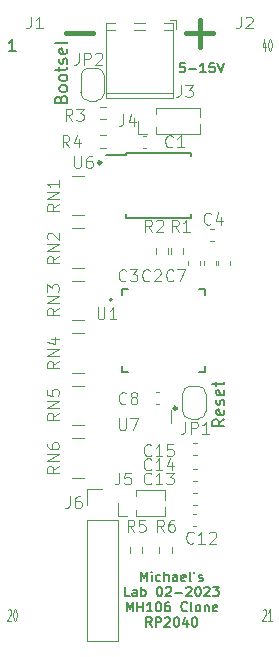
<source format=gbr>
%TF.GenerationSoftware,KiCad,Pcbnew,(6.0.0)*%
%TF.CreationDate,2023-01-28T16:33:02+01:00*%
%TF.ProjectId,MH106Enhanced,4d483130-3645-46e6-9861-6e6365642e6b,1*%
%TF.SameCoordinates,PX5255c88PY54c81a0*%
%TF.FileFunction,Legend,Top*%
%TF.FilePolarity,Positive*%
%FSLAX46Y46*%
G04 Gerber Fmt 4.6, Leading zero omitted, Abs format (unit mm)*
G04 Created by KiCad (PCBNEW (6.0.0)) date 2023-01-28 16:33:02*
%MOMM*%
%LPD*%
G01*
G04 APERTURE LIST*
%ADD10C,0.276200*%
%ADD11C,0.150000*%
%ADD12C,0.200000*%
%ADD13C,0.450000*%
%ADD14C,0.125000*%
%ADD15C,0.120000*%
%ADD16C,0.127000*%
G04 APERTURE END LIST*
D10*
X14603500Y20100000D02*
G75*
G03*
X14603500Y20100000I-138100J0D01*
G01*
X8203500Y40900000D02*
G75*
G03*
X8203500Y40900000I-138100J0D01*
G01*
D11*
X18617780Y19161905D02*
X18141590Y18828572D01*
X18617780Y18590477D02*
X17617780Y18590477D01*
X17617780Y18971429D01*
X17665400Y19066667D01*
X17713019Y19114286D01*
X17808257Y19161905D01*
X17951114Y19161905D01*
X18046352Y19114286D01*
X18093971Y19066667D01*
X18141590Y18971429D01*
X18141590Y18590477D01*
X18570161Y19971429D02*
X18617780Y19876191D01*
X18617780Y19685715D01*
X18570161Y19590477D01*
X18474923Y19542858D01*
X18093971Y19542858D01*
X17998733Y19590477D01*
X17951114Y19685715D01*
X17951114Y19876191D01*
X17998733Y19971429D01*
X18093971Y20019048D01*
X18189209Y20019048D01*
X18284447Y19542858D01*
X18570161Y20400000D02*
X18617780Y20495239D01*
X18617780Y20685715D01*
X18570161Y20780953D01*
X18474923Y20828572D01*
X18427304Y20828572D01*
X18332066Y20780953D01*
X18284447Y20685715D01*
X18284447Y20542858D01*
X18236828Y20447620D01*
X18141590Y20400000D01*
X18093971Y20400000D01*
X17998733Y20447620D01*
X17951114Y20542858D01*
X17951114Y20685715D01*
X17998733Y20780953D01*
X18570161Y21638096D02*
X18617780Y21542858D01*
X18617780Y21352381D01*
X18570161Y21257143D01*
X18474923Y21209524D01*
X18093971Y21209524D01*
X17998733Y21257143D01*
X17951114Y21352381D01*
X17951114Y21542858D01*
X17998733Y21638096D01*
X18093971Y21685715D01*
X18189209Y21685715D01*
X18284447Y21209524D01*
X17951114Y21971429D02*
X17951114Y22352381D01*
X17617780Y22114286D02*
X18474923Y22114286D01*
X18570161Y22161905D01*
X18617780Y22257143D01*
X18617780Y22352381D01*
D12*
X11574923Y5470096D02*
X11574923Y6270096D01*
X11841590Y5698667D01*
X12108257Y6270096D01*
X12108257Y5470096D01*
X12489209Y5470096D02*
X12489209Y6003429D01*
X12489209Y6270096D02*
X12451114Y6232000D01*
X12489209Y6193905D01*
X12527304Y6232000D01*
X12489209Y6270096D01*
X12489209Y6193905D01*
X13213019Y5508191D02*
X13136828Y5470096D01*
X12984447Y5470096D01*
X12908257Y5508191D01*
X12870161Y5546286D01*
X12832066Y5622477D01*
X12832066Y5851048D01*
X12870161Y5927239D01*
X12908257Y5965334D01*
X12984447Y6003429D01*
X13136828Y6003429D01*
X13213019Y5965334D01*
X13555876Y5470096D02*
X13555876Y6270096D01*
X13898733Y5470096D02*
X13898733Y5889143D01*
X13860638Y5965334D01*
X13784447Y6003429D01*
X13670161Y6003429D01*
X13593971Y5965334D01*
X13555876Y5927239D01*
X14622542Y5470096D02*
X14622542Y5889143D01*
X14584447Y5965334D01*
X14508257Y6003429D01*
X14355876Y6003429D01*
X14279685Y5965334D01*
X14622542Y5508191D02*
X14546352Y5470096D01*
X14355876Y5470096D01*
X14279685Y5508191D01*
X14241590Y5584381D01*
X14241590Y5660572D01*
X14279685Y5736762D01*
X14355876Y5774858D01*
X14546352Y5774858D01*
X14622542Y5812953D01*
X15308257Y5508191D02*
X15232066Y5470096D01*
X15079685Y5470096D01*
X15003495Y5508191D01*
X14965400Y5584381D01*
X14965400Y5889143D01*
X15003495Y5965334D01*
X15079685Y6003429D01*
X15232066Y6003429D01*
X15308257Y5965334D01*
X15346352Y5889143D01*
X15346352Y5812953D01*
X14965400Y5736762D01*
X15803495Y5470096D02*
X15727304Y5508191D01*
X15689209Y5584381D01*
X15689209Y6270096D01*
X16146352Y6270096D02*
X16070161Y6117715D01*
X16451114Y5508191D02*
X16527304Y5470096D01*
X16679685Y5470096D01*
X16755876Y5508191D01*
X16793971Y5584381D01*
X16793971Y5622477D01*
X16755876Y5698667D01*
X16679685Y5736762D01*
X16565400Y5736762D01*
X16489209Y5774858D01*
X16451114Y5851048D01*
X16451114Y5889143D01*
X16489209Y5965334D01*
X16565400Y6003429D01*
X16679685Y6003429D01*
X16755876Y5965334D01*
X10603495Y4182096D02*
X10222542Y4182096D01*
X10222542Y4982096D01*
X11213019Y4182096D02*
X11213019Y4601143D01*
X11174923Y4677334D01*
X11098733Y4715429D01*
X10946352Y4715429D01*
X10870161Y4677334D01*
X11213019Y4220191D02*
X11136828Y4182096D01*
X10946352Y4182096D01*
X10870161Y4220191D01*
X10832066Y4296381D01*
X10832066Y4372572D01*
X10870161Y4448762D01*
X10946352Y4486858D01*
X11136828Y4486858D01*
X11213019Y4524953D01*
X11593971Y4182096D02*
X11593971Y4982096D01*
X11593971Y4677334D02*
X11670161Y4715429D01*
X11822542Y4715429D01*
X11898733Y4677334D01*
X11936828Y4639239D01*
X11974923Y4563048D01*
X11974923Y4334477D01*
X11936828Y4258286D01*
X11898733Y4220191D01*
X11822542Y4182096D01*
X11670161Y4182096D01*
X11593971Y4220191D01*
X13079685Y4982096D02*
X13155876Y4982096D01*
X13232066Y4944000D01*
X13270161Y4905905D01*
X13308257Y4829715D01*
X13346352Y4677334D01*
X13346352Y4486858D01*
X13308257Y4334477D01*
X13270161Y4258286D01*
X13232066Y4220191D01*
X13155876Y4182096D01*
X13079685Y4182096D01*
X13003495Y4220191D01*
X12965400Y4258286D01*
X12927304Y4334477D01*
X12889209Y4486858D01*
X12889209Y4677334D01*
X12927304Y4829715D01*
X12965400Y4905905D01*
X13003495Y4944000D01*
X13079685Y4982096D01*
X13651114Y4905905D02*
X13689209Y4944000D01*
X13765400Y4982096D01*
X13955876Y4982096D01*
X14032066Y4944000D01*
X14070161Y4905905D01*
X14108257Y4829715D01*
X14108257Y4753524D01*
X14070161Y4639239D01*
X13613019Y4182096D01*
X14108257Y4182096D01*
X14451114Y4486858D02*
X15060638Y4486858D01*
X15403495Y4905905D02*
X15441590Y4944000D01*
X15517780Y4982096D01*
X15708257Y4982096D01*
X15784447Y4944000D01*
X15822542Y4905905D01*
X15860638Y4829715D01*
X15860638Y4753524D01*
X15822542Y4639239D01*
X15365400Y4182096D01*
X15860638Y4182096D01*
X16355876Y4982096D02*
X16432066Y4982096D01*
X16508257Y4944000D01*
X16546352Y4905905D01*
X16584447Y4829715D01*
X16622542Y4677334D01*
X16622542Y4486858D01*
X16584447Y4334477D01*
X16546352Y4258286D01*
X16508257Y4220191D01*
X16432066Y4182096D01*
X16355876Y4182096D01*
X16279685Y4220191D01*
X16241590Y4258286D01*
X16203495Y4334477D01*
X16165400Y4486858D01*
X16165400Y4677334D01*
X16203495Y4829715D01*
X16241590Y4905905D01*
X16279685Y4944000D01*
X16355876Y4982096D01*
X16927304Y4905905D02*
X16965400Y4944000D01*
X17041590Y4982096D01*
X17232066Y4982096D01*
X17308257Y4944000D01*
X17346352Y4905905D01*
X17384447Y4829715D01*
X17384447Y4753524D01*
X17346352Y4639239D01*
X16889209Y4182096D01*
X17384447Y4182096D01*
X17651114Y4982096D02*
X18146352Y4982096D01*
X17879685Y4677334D01*
X17993971Y4677334D01*
X18070161Y4639239D01*
X18108257Y4601143D01*
X18146352Y4524953D01*
X18146352Y4334477D01*
X18108257Y4258286D01*
X18070161Y4220191D01*
X17993971Y4182096D01*
X17765400Y4182096D01*
X17689209Y4220191D01*
X17651114Y4258286D01*
X10355876Y2894096D02*
X10355876Y3694096D01*
X10622542Y3122667D01*
X10889209Y3694096D01*
X10889209Y2894096D01*
X11270161Y2894096D02*
X11270161Y3694096D01*
X11270161Y3313143D02*
X11727304Y3313143D01*
X11727304Y2894096D02*
X11727304Y3694096D01*
X12527304Y2894096D02*
X12070161Y2894096D01*
X12298733Y2894096D02*
X12298733Y3694096D01*
X12222542Y3579810D01*
X12146352Y3503620D01*
X12070161Y3465524D01*
X13022542Y3694096D02*
X13098733Y3694096D01*
X13174923Y3656000D01*
X13213019Y3617905D01*
X13251114Y3541715D01*
X13289209Y3389334D01*
X13289209Y3198858D01*
X13251114Y3046477D01*
X13213019Y2970286D01*
X13174923Y2932191D01*
X13098733Y2894096D01*
X13022542Y2894096D01*
X12946352Y2932191D01*
X12908257Y2970286D01*
X12870161Y3046477D01*
X12832066Y3198858D01*
X12832066Y3389334D01*
X12870161Y3541715D01*
X12908257Y3617905D01*
X12946352Y3656000D01*
X13022542Y3694096D01*
X13974923Y3694096D02*
X13822542Y3694096D01*
X13746352Y3656000D01*
X13708257Y3617905D01*
X13632066Y3503620D01*
X13593971Y3351239D01*
X13593971Y3046477D01*
X13632066Y2970286D01*
X13670161Y2932191D01*
X13746352Y2894096D01*
X13898733Y2894096D01*
X13974923Y2932191D01*
X14013019Y2970286D01*
X14051114Y3046477D01*
X14051114Y3236953D01*
X14013019Y3313143D01*
X13974923Y3351239D01*
X13898733Y3389334D01*
X13746352Y3389334D01*
X13670161Y3351239D01*
X13632066Y3313143D01*
X13593971Y3236953D01*
X15460638Y2970286D02*
X15422542Y2932191D01*
X15308257Y2894096D01*
X15232066Y2894096D01*
X15117780Y2932191D01*
X15041590Y3008381D01*
X15003495Y3084572D01*
X14965400Y3236953D01*
X14965400Y3351239D01*
X15003495Y3503620D01*
X15041590Y3579810D01*
X15117780Y3656000D01*
X15232066Y3694096D01*
X15308257Y3694096D01*
X15422542Y3656000D01*
X15460638Y3617905D01*
X15917780Y2894096D02*
X15841590Y2932191D01*
X15803495Y3008381D01*
X15803495Y3694096D01*
X16336828Y2894096D02*
X16260638Y2932191D01*
X16222542Y2970286D01*
X16184447Y3046477D01*
X16184447Y3275048D01*
X16222542Y3351239D01*
X16260638Y3389334D01*
X16336828Y3427429D01*
X16451114Y3427429D01*
X16527304Y3389334D01*
X16565400Y3351239D01*
X16603495Y3275048D01*
X16603495Y3046477D01*
X16565400Y2970286D01*
X16527304Y2932191D01*
X16451114Y2894096D01*
X16336828Y2894096D01*
X16946352Y3427429D02*
X16946352Y2894096D01*
X16946352Y3351239D02*
X16984447Y3389334D01*
X17060638Y3427429D01*
X17174923Y3427429D01*
X17251114Y3389334D01*
X17289209Y3313143D01*
X17289209Y2894096D01*
X17974923Y2932191D02*
X17898733Y2894096D01*
X17746352Y2894096D01*
X17670161Y2932191D01*
X17632066Y3008381D01*
X17632066Y3313143D01*
X17670161Y3389334D01*
X17746352Y3427429D01*
X17898733Y3427429D01*
X17974923Y3389334D01*
X18013019Y3313143D01*
X18013019Y3236953D01*
X17632066Y3160762D01*
X12489209Y1606096D02*
X12222542Y1987048D01*
X12032066Y1606096D02*
X12032066Y2406096D01*
X12336828Y2406096D01*
X12413019Y2368000D01*
X12451114Y2329905D01*
X12489209Y2253715D01*
X12489209Y2139429D01*
X12451114Y2063239D01*
X12413019Y2025143D01*
X12336828Y1987048D01*
X12032066Y1987048D01*
X12832066Y1606096D02*
X12832066Y2406096D01*
X13136828Y2406096D01*
X13213019Y2368000D01*
X13251114Y2329905D01*
X13289209Y2253715D01*
X13289209Y2139429D01*
X13251114Y2063239D01*
X13213019Y2025143D01*
X13136828Y1987048D01*
X12832066Y1987048D01*
X13593971Y2329905D02*
X13632066Y2368000D01*
X13708257Y2406096D01*
X13898733Y2406096D01*
X13974923Y2368000D01*
X14013019Y2329905D01*
X14051114Y2253715D01*
X14051114Y2177524D01*
X14013019Y2063239D01*
X13555876Y1606096D01*
X14051114Y1606096D01*
X14546352Y2406096D02*
X14622542Y2406096D01*
X14698733Y2368000D01*
X14736828Y2329905D01*
X14774923Y2253715D01*
X14813019Y2101334D01*
X14813019Y1910858D01*
X14774923Y1758477D01*
X14736828Y1682286D01*
X14698733Y1644191D01*
X14622542Y1606096D01*
X14546352Y1606096D01*
X14470161Y1644191D01*
X14432066Y1682286D01*
X14393971Y1758477D01*
X14355876Y1910858D01*
X14355876Y2101334D01*
X14393971Y2253715D01*
X14432066Y2329905D01*
X14470161Y2368000D01*
X14546352Y2406096D01*
X15498733Y2139429D02*
X15498733Y1606096D01*
X15308257Y2444191D02*
X15117780Y1872762D01*
X15613019Y1872762D01*
X16070161Y2406096D02*
X16146352Y2406096D01*
X16222542Y2368000D01*
X16260638Y2329905D01*
X16298733Y2253715D01*
X16336828Y2101334D01*
X16336828Y1910858D01*
X16298733Y1758477D01*
X16260638Y1682286D01*
X16222542Y1644191D01*
X16146352Y1606096D01*
X16070161Y1606096D01*
X15993971Y1644191D01*
X15955876Y1682286D01*
X15917780Y1758477D01*
X15879685Y1910858D01*
X15879685Y2101334D01*
X15917780Y2253715D01*
X15955876Y2329905D01*
X15993971Y2368000D01*
X16070161Y2406096D01*
D11*
X946114Y50347620D02*
X374685Y50347620D01*
X660400Y50347620D02*
X660400Y51347620D01*
X565161Y51204762D01*
X469923Y51109524D01*
X374685Y51061905D01*
X4793971Y46285715D02*
X4841590Y46428572D01*
X4889209Y46476191D01*
X4984447Y46523810D01*
X5127304Y46523810D01*
X5222542Y46476191D01*
X5270161Y46428572D01*
X5317780Y46333334D01*
X5317780Y45952381D01*
X4317780Y45952381D01*
X4317780Y46285715D01*
X4365400Y46380953D01*
X4413019Y46428572D01*
X4508257Y46476191D01*
X4603495Y46476191D01*
X4698733Y46428572D01*
X4746352Y46380953D01*
X4793971Y46285715D01*
X4793971Y45952381D01*
X5317780Y47095239D02*
X5270161Y47000000D01*
X5222542Y46952381D01*
X5127304Y46904762D01*
X4841590Y46904762D01*
X4746352Y46952381D01*
X4698733Y47000000D01*
X4651114Y47095239D01*
X4651114Y47238096D01*
X4698733Y47333334D01*
X4746352Y47380953D01*
X4841590Y47428572D01*
X5127304Y47428572D01*
X5222542Y47380953D01*
X5270161Y47333334D01*
X5317780Y47238096D01*
X5317780Y47095239D01*
X5317780Y48000000D02*
X5270161Y47904762D01*
X5222542Y47857143D01*
X5127304Y47809524D01*
X4841590Y47809524D01*
X4746352Y47857143D01*
X4698733Y47904762D01*
X4651114Y48000000D01*
X4651114Y48142858D01*
X4698733Y48238096D01*
X4746352Y48285715D01*
X4841590Y48333334D01*
X5127304Y48333334D01*
X5222542Y48285715D01*
X5270161Y48238096D01*
X5317780Y48142858D01*
X5317780Y48000000D01*
X4651114Y48619048D02*
X4651114Y49000000D01*
X4317780Y48761905D02*
X5174923Y48761905D01*
X5270161Y48809524D01*
X5317780Y48904762D01*
X5317780Y49000000D01*
X5270161Y49285715D02*
X5317780Y49380953D01*
X5317780Y49571429D01*
X5270161Y49666667D01*
X5174923Y49714286D01*
X5127304Y49714286D01*
X5032066Y49666667D01*
X4984447Y49571429D01*
X4984447Y49428572D01*
X4936828Y49333334D01*
X4841590Y49285715D01*
X4793971Y49285715D01*
X4698733Y49333334D01*
X4651114Y49428572D01*
X4651114Y49571429D01*
X4698733Y49666667D01*
X5270161Y50523810D02*
X5317780Y50428572D01*
X5317780Y50238096D01*
X5270161Y50142858D01*
X5174923Y50095239D01*
X4793971Y50095239D01*
X4698733Y50142858D01*
X4651114Y50238096D01*
X4651114Y50428572D01*
X4698733Y50523810D01*
X4793971Y50571429D01*
X4889209Y50571429D01*
X4984447Y50095239D01*
X5317780Y51142858D02*
X5270161Y51047620D01*
X5174923Y51000000D01*
X4317780Y51000000D01*
X15255876Y49338096D02*
X14874923Y49338096D01*
X14836828Y48957143D01*
X14874923Y48995239D01*
X14951114Y49033334D01*
X15141590Y49033334D01*
X15217780Y48995239D01*
X15255876Y48957143D01*
X15293971Y48880953D01*
X15293971Y48690477D01*
X15255876Y48614286D01*
X15217780Y48576191D01*
X15141590Y48538096D01*
X14951114Y48538096D01*
X14874923Y48576191D01*
X14836828Y48614286D01*
X15636828Y48842858D02*
X16246352Y48842858D01*
X17046352Y48538096D02*
X16589209Y48538096D01*
X16817780Y48538096D02*
X16817780Y49338096D01*
X16741590Y49223810D01*
X16665400Y49147620D01*
X16589209Y49109524D01*
X17770161Y49338096D02*
X17389209Y49338096D01*
X17351114Y48957143D01*
X17389209Y48995239D01*
X17465400Y49033334D01*
X17655876Y49033334D01*
X17732066Y48995239D01*
X17770161Y48957143D01*
X17808257Y48880953D01*
X17808257Y48690477D01*
X17770161Y48614286D01*
X17732066Y48576191D01*
X17655876Y48538096D01*
X17465400Y48538096D01*
X17389209Y48576191D01*
X17351114Y48614286D01*
X18036828Y49338096D02*
X18303495Y48538096D01*
X18570161Y49338096D01*
D13*
X15392542Y51855715D02*
X17678257Y51855715D01*
X16535400Y50712858D02*
X16535400Y52998572D01*
D14*
X279447Y2992381D02*
X303257Y3040000D01*
X350876Y3087620D01*
X469923Y3087620D01*
X517542Y3040000D01*
X541352Y2992381D01*
X565161Y2897143D01*
X565161Y2801905D01*
X541352Y2659048D01*
X255638Y2087620D01*
X565161Y2087620D01*
X874685Y3087620D02*
X922304Y3087620D01*
X969923Y3040000D01*
X993733Y2992381D01*
X1017542Y2897143D01*
X1041352Y2706667D01*
X1041352Y2468572D01*
X1017542Y2278096D01*
X993733Y2182858D01*
X969923Y2135239D01*
X922304Y2087620D01*
X874685Y2087620D01*
X827066Y2135239D01*
X803257Y2182858D01*
X779447Y2278096D01*
X755638Y2468572D01*
X755638Y2706667D01*
X779447Y2897143D01*
X803257Y2992381D01*
X827066Y3040000D01*
X874685Y3087620D01*
X22107542Y51014286D02*
X22107542Y50347620D01*
X21988495Y51395239D02*
X21869447Y50680953D01*
X22178971Y50680953D01*
X22464685Y51347620D02*
X22512304Y51347620D01*
X22559923Y51300000D01*
X22583733Y51252381D01*
X22607542Y51157143D01*
X22631352Y50966667D01*
X22631352Y50728572D01*
X22607542Y50538096D01*
X22583733Y50442858D01*
X22559923Y50395239D01*
X22512304Y50347620D01*
X22464685Y50347620D01*
X22417066Y50395239D01*
X22393257Y50442858D01*
X22369447Y50538096D01*
X22345638Y50728572D01*
X22345638Y50966667D01*
X22369447Y51157143D01*
X22393257Y51252381D01*
X22417066Y51300000D01*
X22464685Y51347620D01*
D13*
X5232542Y51855715D02*
X7518257Y51855715D01*
D14*
X21869447Y2992381D02*
X21893257Y3040000D01*
X21940876Y3087620D01*
X22059923Y3087620D01*
X22107542Y3040000D01*
X22131352Y2992381D01*
X22155161Y2897143D01*
X22155161Y2801905D01*
X22131352Y2659048D01*
X21845638Y2087620D01*
X22155161Y2087620D01*
X22631352Y2087620D02*
X22345638Y2087620D01*
X22488495Y2087620D02*
X22488495Y3087620D01*
X22440876Y2944762D01*
X22393257Y2849524D01*
X22345638Y2801905D01*
%TO.C,J6*%
X5532066Y12647620D02*
X5532066Y11933334D01*
X5484447Y11790477D01*
X5389209Y11695239D01*
X5246352Y11647620D01*
X5151114Y11647620D01*
X6436828Y12647620D02*
X6246352Y12647620D01*
X6151114Y12600000D01*
X6103495Y12552381D01*
X6008257Y12409524D01*
X5960638Y12219048D01*
X5960638Y11838096D01*
X6008257Y11742858D01*
X6055876Y11695239D01*
X6151114Y11647620D01*
X6341590Y11647620D01*
X6436828Y11695239D01*
X6484447Y11742858D01*
X6532066Y11838096D01*
X6532066Y12076191D01*
X6484447Y12171429D01*
X6436828Y12219048D01*
X6341590Y12266667D01*
X6151114Y12266667D01*
X6055876Y12219048D01*
X6008257Y12171429D01*
X5960638Y12076191D01*
%TO.C,C13*%
X12422542Y13742858D02*
X12374923Y13695239D01*
X12232066Y13647620D01*
X12136828Y13647620D01*
X11993971Y13695239D01*
X11898733Y13790477D01*
X11851114Y13885715D01*
X11803495Y14076191D01*
X11803495Y14219048D01*
X11851114Y14409524D01*
X11898733Y14504762D01*
X11993971Y14600000D01*
X12136828Y14647620D01*
X12232066Y14647620D01*
X12374923Y14600000D01*
X12422542Y14552381D01*
X13374923Y13647620D02*
X12803495Y13647620D01*
X13089209Y13647620D02*
X13089209Y14647620D01*
X12993971Y14504762D01*
X12898733Y14409524D01*
X12803495Y14361905D01*
X13708257Y14647620D02*
X14327304Y14647620D01*
X13993971Y14266667D01*
X14136828Y14266667D01*
X14232066Y14219048D01*
X14279685Y14171429D01*
X14327304Y14076191D01*
X14327304Y13838096D01*
X14279685Y13742858D01*
X14232066Y13695239D01*
X14136828Y13647620D01*
X13851114Y13647620D01*
X13755876Y13695239D01*
X13708257Y13742858D01*
%TO.C,C14*%
X12422542Y14942858D02*
X12374923Y14895239D01*
X12232066Y14847620D01*
X12136828Y14847620D01*
X11993971Y14895239D01*
X11898733Y14990477D01*
X11851114Y15085715D01*
X11803495Y15276191D01*
X11803495Y15419048D01*
X11851114Y15609524D01*
X11898733Y15704762D01*
X11993971Y15800000D01*
X12136828Y15847620D01*
X12232066Y15847620D01*
X12374923Y15800000D01*
X12422542Y15752381D01*
X13374923Y14847620D02*
X12803495Y14847620D01*
X13089209Y14847620D02*
X13089209Y15847620D01*
X12993971Y15704762D01*
X12898733Y15609524D01*
X12803495Y15561905D01*
X14232066Y15514286D02*
X14232066Y14847620D01*
X13993971Y15895239D02*
X13755876Y15180953D01*
X14374923Y15180953D01*
%TO.C,C8*%
X10298733Y20542858D02*
X10251114Y20495239D01*
X10108257Y20447620D01*
X10013019Y20447620D01*
X9870161Y20495239D01*
X9774923Y20590477D01*
X9727304Y20685715D01*
X9679685Y20876191D01*
X9679685Y21019048D01*
X9727304Y21209524D01*
X9774923Y21304762D01*
X9870161Y21400000D01*
X10013019Y21447620D01*
X10108257Y21447620D01*
X10251114Y21400000D01*
X10298733Y21352381D01*
X10870161Y21019048D02*
X10774923Y21066667D01*
X10727304Y21114286D01*
X10679685Y21209524D01*
X10679685Y21257143D01*
X10727304Y21352381D01*
X10774923Y21400000D01*
X10870161Y21447620D01*
X11060638Y21447620D01*
X11155876Y21400000D01*
X11203495Y21352381D01*
X11251114Y21257143D01*
X11251114Y21209524D01*
X11203495Y21114286D01*
X11155876Y21066667D01*
X11060638Y21019048D01*
X10870161Y21019048D01*
X10774923Y20971429D01*
X10727304Y20923810D01*
X10679685Y20828572D01*
X10679685Y20638096D01*
X10727304Y20542858D01*
X10774923Y20495239D01*
X10870161Y20447620D01*
X11060638Y20447620D01*
X11155876Y20495239D01*
X11203495Y20542858D01*
X11251114Y20638096D01*
X11251114Y20828572D01*
X11203495Y20923810D01*
X11155876Y20971429D01*
X11060638Y21019048D01*
%TO.C,R6*%
X13498733Y9647620D02*
X13165400Y10123810D01*
X12927304Y9647620D02*
X12927304Y10647620D01*
X13308257Y10647620D01*
X13403495Y10600000D01*
X13451114Y10552381D01*
X13498733Y10457143D01*
X13498733Y10314286D01*
X13451114Y10219048D01*
X13403495Y10171429D01*
X13308257Y10123810D01*
X12927304Y10123810D01*
X14355876Y10647620D02*
X14165400Y10647620D01*
X14070161Y10600000D01*
X14022542Y10552381D01*
X13927304Y10409524D01*
X13879685Y10219048D01*
X13879685Y9838096D01*
X13927304Y9742858D01*
X13974923Y9695239D01*
X14070161Y9647620D01*
X14260638Y9647620D01*
X14355876Y9695239D01*
X14403495Y9742858D01*
X14451114Y9838096D01*
X14451114Y10076191D01*
X14403495Y10171429D01*
X14355876Y10219048D01*
X14260638Y10266667D01*
X14070161Y10266667D01*
X13974923Y10219048D01*
X13927304Y10171429D01*
X13879685Y10076191D01*
%TO.C,JP2*%
X6279066Y50197620D02*
X6279066Y49483334D01*
X6231447Y49340477D01*
X6136209Y49245239D01*
X5993352Y49197620D01*
X5898114Y49197620D01*
X6755257Y49197620D02*
X6755257Y50197620D01*
X7136209Y50197620D01*
X7231447Y50150000D01*
X7279066Y50102381D01*
X7326685Y50007143D01*
X7326685Y49864286D01*
X7279066Y49769048D01*
X7231447Y49721429D01*
X7136209Y49673810D01*
X6755257Y49673810D01*
X7707638Y50102381D02*
X7755257Y50150000D01*
X7850495Y50197620D01*
X8088590Y50197620D01*
X8183828Y50150000D01*
X8231447Y50102381D01*
X8279066Y50007143D01*
X8279066Y49911905D01*
X8231447Y49769048D01*
X7660019Y49197620D01*
X8279066Y49197620D01*
%TO.C,RN1*%
X4617780Y37409524D02*
X4141590Y37076191D01*
X4617780Y36838096D02*
X3617780Y36838096D01*
X3617780Y37219048D01*
X3665400Y37314286D01*
X3713019Y37361905D01*
X3808257Y37409524D01*
X3951114Y37409524D01*
X4046352Y37361905D01*
X4093971Y37314286D01*
X4141590Y37219048D01*
X4141590Y36838096D01*
X4617780Y37838096D02*
X3617780Y37838096D01*
X4617780Y38409524D01*
X3617780Y38409524D01*
X4617780Y39409524D02*
X4617780Y38838096D01*
X4617780Y39123810D02*
X3617780Y39123810D01*
X3760638Y39028572D01*
X3855876Y38933334D01*
X3903495Y38838096D01*
%TO.C,R2*%
X12498733Y35047620D02*
X12165400Y35523810D01*
X11927304Y35047620D02*
X11927304Y36047620D01*
X12308257Y36047620D01*
X12403495Y36000000D01*
X12451114Y35952381D01*
X12498733Y35857143D01*
X12498733Y35714286D01*
X12451114Y35619048D01*
X12403495Y35571429D01*
X12308257Y35523810D01*
X11927304Y35523810D01*
X12879685Y35952381D02*
X12927304Y36000000D01*
X13022542Y36047620D01*
X13260638Y36047620D01*
X13355876Y36000000D01*
X13403495Y35952381D01*
X13451114Y35857143D01*
X13451114Y35761905D01*
X13403495Y35619048D01*
X12832066Y35047620D01*
X13451114Y35047620D01*
%TO.C,RN3*%
X4617780Y28579524D02*
X4141590Y28246191D01*
X4617780Y28008096D02*
X3617780Y28008096D01*
X3617780Y28389048D01*
X3665400Y28484286D01*
X3713019Y28531905D01*
X3808257Y28579524D01*
X3951114Y28579524D01*
X4046352Y28531905D01*
X4093971Y28484286D01*
X4141590Y28389048D01*
X4141590Y28008096D01*
X4617780Y29008096D02*
X3617780Y29008096D01*
X4617780Y29579524D01*
X3617780Y29579524D01*
X3617780Y29960477D02*
X3617780Y30579524D01*
X3998733Y30246191D01*
X3998733Y30389048D01*
X4046352Y30484286D01*
X4093971Y30531905D01*
X4189209Y30579524D01*
X4427304Y30579524D01*
X4522542Y30531905D01*
X4570161Y30484286D01*
X4617780Y30389048D01*
X4617780Y30103334D01*
X4570161Y30008096D01*
X4522542Y29960477D01*
%TO.C,J3*%
X14932066Y47447620D02*
X14932066Y46733334D01*
X14884447Y46590477D01*
X14789209Y46495239D01*
X14646352Y46447620D01*
X14551114Y46447620D01*
X15313019Y47447620D02*
X15932066Y47447620D01*
X15598733Y47066667D01*
X15741590Y47066667D01*
X15836828Y47019048D01*
X15884447Y46971429D01*
X15932066Y46876191D01*
X15932066Y46638096D01*
X15884447Y46542858D01*
X15836828Y46495239D01*
X15741590Y46447620D01*
X15455876Y46447620D01*
X15360638Y46495239D01*
X15313019Y46542858D01*
%TO.C,R5*%
X10998733Y9647620D02*
X10665400Y10123810D01*
X10427304Y9647620D02*
X10427304Y10647620D01*
X10808257Y10647620D01*
X10903495Y10600000D01*
X10951114Y10552381D01*
X10998733Y10457143D01*
X10998733Y10314286D01*
X10951114Y10219048D01*
X10903495Y10171429D01*
X10808257Y10123810D01*
X10427304Y10123810D01*
X11903495Y10647620D02*
X11427304Y10647620D01*
X11379685Y10171429D01*
X11427304Y10219048D01*
X11522542Y10266667D01*
X11760638Y10266667D01*
X11855876Y10219048D01*
X11903495Y10171429D01*
X11951114Y10076191D01*
X11951114Y9838096D01*
X11903495Y9742858D01*
X11855876Y9695239D01*
X11760638Y9647620D01*
X11522542Y9647620D01*
X11427304Y9695239D01*
X11379685Y9742858D01*
%TO.C,C1*%
X14248733Y42292858D02*
X14201114Y42245239D01*
X14058257Y42197620D01*
X13963019Y42197620D01*
X13820161Y42245239D01*
X13724923Y42340477D01*
X13677304Y42435715D01*
X13629685Y42626191D01*
X13629685Y42769048D01*
X13677304Y42959524D01*
X13724923Y43054762D01*
X13820161Y43150000D01*
X13963019Y43197620D01*
X14058257Y43197620D01*
X14201114Y43150000D01*
X14248733Y43102381D01*
X15201114Y42197620D02*
X14629685Y42197620D01*
X14915400Y42197620D02*
X14915400Y43197620D01*
X14820161Y43054762D01*
X14724923Y42959524D01*
X14629685Y42911905D01*
%TO.C,RN2*%
X4617780Y32964524D02*
X4141590Y32631191D01*
X4617780Y32393096D02*
X3617780Y32393096D01*
X3617780Y32774048D01*
X3665400Y32869286D01*
X3713019Y32916905D01*
X3808257Y32964524D01*
X3951114Y32964524D01*
X4046352Y32916905D01*
X4093971Y32869286D01*
X4141590Y32774048D01*
X4141590Y32393096D01*
X4617780Y33393096D02*
X3617780Y33393096D01*
X4617780Y33964524D01*
X3617780Y33964524D01*
X3713019Y34393096D02*
X3665400Y34440715D01*
X3617780Y34535953D01*
X3617780Y34774048D01*
X3665400Y34869286D01*
X3713019Y34916905D01*
X3808257Y34964524D01*
X3903495Y34964524D01*
X4046352Y34916905D01*
X4617780Y34345477D01*
X4617780Y34964524D01*
%TO.C,J5*%
X9732066Y14647620D02*
X9732066Y13933334D01*
X9684447Y13790477D01*
X9589209Y13695239D01*
X9446352Y13647620D01*
X9351114Y13647620D01*
X10684447Y14647620D02*
X10208257Y14647620D01*
X10160638Y14171429D01*
X10208257Y14219048D01*
X10303495Y14266667D01*
X10541590Y14266667D01*
X10636828Y14219048D01*
X10684447Y14171429D01*
X10732066Y14076191D01*
X10732066Y13838096D01*
X10684447Y13742858D01*
X10636828Y13695239D01*
X10541590Y13647620D01*
X10303495Y13647620D01*
X10208257Y13695239D01*
X10160638Y13742858D01*
%TO.C,U6*%
X5903495Y41447620D02*
X5903495Y40638096D01*
X5951114Y40542858D01*
X5998733Y40495239D01*
X6093971Y40447620D01*
X6284447Y40447620D01*
X6379685Y40495239D01*
X6427304Y40542858D01*
X6474923Y40638096D01*
X6474923Y41447620D01*
X7379685Y41447620D02*
X7189209Y41447620D01*
X7093971Y41400000D01*
X7046352Y41352381D01*
X6951114Y41209524D01*
X6903495Y41019048D01*
X6903495Y40638096D01*
X6951114Y40542858D01*
X6998733Y40495239D01*
X7093971Y40447620D01*
X7284447Y40447620D01*
X7379685Y40495239D01*
X7427304Y40542858D01*
X7474923Y40638096D01*
X7474923Y40876191D01*
X7427304Y40971429D01*
X7379685Y41019048D01*
X7284447Y41066667D01*
X7093971Y41066667D01*
X6998733Y41019048D01*
X6951114Y40971429D01*
X6903495Y40876191D01*
%TO.C,C4*%
X17498733Y35742858D02*
X17451114Y35695239D01*
X17308257Y35647620D01*
X17213019Y35647620D01*
X17070161Y35695239D01*
X16974923Y35790477D01*
X16927304Y35885715D01*
X16879685Y36076191D01*
X16879685Y36219048D01*
X16927304Y36409524D01*
X16974923Y36504762D01*
X17070161Y36600000D01*
X17213019Y36647620D01*
X17308257Y36647620D01*
X17451114Y36600000D01*
X17498733Y36552381D01*
X18355876Y36314286D02*
X18355876Y35647620D01*
X18117780Y36695239D02*
X17879685Y35980953D01*
X18498733Y35980953D01*
%TO.C,RN4*%
X4617780Y24074524D02*
X4141590Y23741191D01*
X4617780Y23503096D02*
X3617780Y23503096D01*
X3617780Y23884048D01*
X3665400Y23979286D01*
X3713019Y24026905D01*
X3808257Y24074524D01*
X3951114Y24074524D01*
X4046352Y24026905D01*
X4093971Y23979286D01*
X4141590Y23884048D01*
X4141590Y23503096D01*
X4617780Y24503096D02*
X3617780Y24503096D01*
X4617780Y25074524D01*
X3617780Y25074524D01*
X3951114Y25979286D02*
X4617780Y25979286D01*
X3570161Y25741191D02*
X4284447Y25503096D01*
X4284447Y26122143D01*
%TO.C,C7*%
X14298733Y30942858D02*
X14251114Y30895239D01*
X14108257Y30847620D01*
X14013019Y30847620D01*
X13870161Y30895239D01*
X13774923Y30990477D01*
X13727304Y31085715D01*
X13679685Y31276191D01*
X13679685Y31419048D01*
X13727304Y31609524D01*
X13774923Y31704762D01*
X13870161Y31800000D01*
X14013019Y31847620D01*
X14108257Y31847620D01*
X14251114Y31800000D01*
X14298733Y31752381D01*
X14632066Y31847620D02*
X15298733Y31847620D01*
X14870161Y30847620D01*
%TO.C,C15*%
X12422542Y16142858D02*
X12374923Y16095239D01*
X12232066Y16047620D01*
X12136828Y16047620D01*
X11993971Y16095239D01*
X11898733Y16190477D01*
X11851114Y16285715D01*
X11803495Y16476191D01*
X11803495Y16619048D01*
X11851114Y16809524D01*
X11898733Y16904762D01*
X11993971Y17000000D01*
X12136828Y17047620D01*
X12232066Y17047620D01*
X12374923Y17000000D01*
X12422542Y16952381D01*
X13374923Y16047620D02*
X12803495Y16047620D01*
X13089209Y16047620D02*
X13089209Y17047620D01*
X12993971Y16904762D01*
X12898733Y16809524D01*
X12803495Y16761905D01*
X14279685Y17047620D02*
X13803495Y17047620D01*
X13755876Y16571429D01*
X13803495Y16619048D01*
X13898733Y16666667D01*
X14136828Y16666667D01*
X14232066Y16619048D01*
X14279685Y16571429D01*
X14327304Y16476191D01*
X14327304Y16238096D01*
X14279685Y16142858D01*
X14232066Y16095239D01*
X14136828Y16047620D01*
X13898733Y16047620D01*
X13803495Y16095239D01*
X13755876Y16142858D01*
%TO.C,U1*%
X7903495Y28647620D02*
X7903495Y27838096D01*
X7951114Y27742858D01*
X7998733Y27695239D01*
X8093971Y27647620D01*
X8284447Y27647620D01*
X8379685Y27695239D01*
X8427304Y27742858D01*
X8474923Y27838096D01*
X8474923Y28647620D01*
X9474923Y27647620D02*
X8903495Y27647620D01*
X9189209Y27647620D02*
X9189209Y28647620D01*
X9093971Y28504762D01*
X8998733Y28409524D01*
X8903495Y28361905D01*
%TO.C,R1*%
X14748733Y35047620D02*
X14415400Y35523810D01*
X14177304Y35047620D02*
X14177304Y36047620D01*
X14558257Y36047620D01*
X14653495Y36000000D01*
X14701114Y35952381D01*
X14748733Y35857143D01*
X14748733Y35714286D01*
X14701114Y35619048D01*
X14653495Y35571429D01*
X14558257Y35523810D01*
X14177304Y35523810D01*
X15701114Y35047620D02*
X15129685Y35047620D01*
X15415400Y35047620D02*
X15415400Y36047620D01*
X15320161Y35904762D01*
X15224923Y35809524D01*
X15129685Y35761905D01*
%TO.C,C3*%
X10298733Y30942858D02*
X10251114Y30895239D01*
X10108257Y30847620D01*
X10013019Y30847620D01*
X9870161Y30895239D01*
X9774923Y30990477D01*
X9727304Y31085715D01*
X9679685Y31276191D01*
X9679685Y31419048D01*
X9727304Y31609524D01*
X9774923Y31704762D01*
X9870161Y31800000D01*
X10013019Y31847620D01*
X10108257Y31847620D01*
X10251114Y31800000D01*
X10298733Y31752381D01*
X10632066Y31847620D02*
X11251114Y31847620D01*
X10917780Y31466667D01*
X11060638Y31466667D01*
X11155876Y31419048D01*
X11203495Y31371429D01*
X11251114Y31276191D01*
X11251114Y31038096D01*
X11203495Y30942858D01*
X11155876Y30895239D01*
X11060638Y30847620D01*
X10774923Y30847620D01*
X10679685Y30895239D01*
X10632066Y30942858D01*
%TO.C,JP1*%
X15332066Y18947620D02*
X15332066Y18233334D01*
X15284447Y18090477D01*
X15189209Y17995239D01*
X15046352Y17947620D01*
X14951114Y17947620D01*
X15808257Y17947620D02*
X15808257Y18947620D01*
X16189209Y18947620D01*
X16284447Y18900000D01*
X16332066Y18852381D01*
X16379685Y18757143D01*
X16379685Y18614286D01*
X16332066Y18519048D01*
X16284447Y18471429D01*
X16189209Y18423810D01*
X15808257Y18423810D01*
X17332066Y17947620D02*
X16760638Y17947620D01*
X17046352Y17947620D02*
X17046352Y18947620D01*
X16951114Y18804762D01*
X16855876Y18709524D01*
X16760638Y18661905D01*
%TO.C,R3*%
X5748733Y44447620D02*
X5415400Y44923810D01*
X5177304Y44447620D02*
X5177304Y45447620D01*
X5558257Y45447620D01*
X5653495Y45400000D01*
X5701114Y45352381D01*
X5748733Y45257143D01*
X5748733Y45114286D01*
X5701114Y45019048D01*
X5653495Y44971429D01*
X5558257Y44923810D01*
X5177304Y44923810D01*
X6082066Y45447620D02*
X6701114Y45447620D01*
X6367780Y45066667D01*
X6510638Y45066667D01*
X6605876Y45019048D01*
X6653495Y44971429D01*
X6701114Y44876191D01*
X6701114Y44638096D01*
X6653495Y44542858D01*
X6605876Y44495239D01*
X6510638Y44447620D01*
X6224923Y44447620D01*
X6129685Y44495239D01*
X6082066Y44542858D01*
%TO.C,U7*%
X9703495Y19247620D02*
X9703495Y18438096D01*
X9751114Y18342858D01*
X9798733Y18295239D01*
X9893971Y18247620D01*
X10084447Y18247620D01*
X10179685Y18295239D01*
X10227304Y18342858D01*
X10274923Y18438096D01*
X10274923Y19247620D01*
X10655876Y19247620D02*
X11322542Y19247620D01*
X10893971Y18247620D01*
%TO.C,RN6*%
X4617780Y15209524D02*
X4141590Y14876191D01*
X4617780Y14638096D02*
X3617780Y14638096D01*
X3617780Y15019048D01*
X3665400Y15114286D01*
X3713019Y15161905D01*
X3808257Y15209524D01*
X3951114Y15209524D01*
X4046352Y15161905D01*
X4093971Y15114286D01*
X4141590Y15019048D01*
X4141590Y14638096D01*
X4617780Y15638096D02*
X3617780Y15638096D01*
X4617780Y16209524D01*
X3617780Y16209524D01*
X3617780Y17114286D02*
X3617780Y16923810D01*
X3665400Y16828572D01*
X3713019Y16780953D01*
X3855876Y16685715D01*
X4046352Y16638096D01*
X4427304Y16638096D01*
X4522542Y16685715D01*
X4570161Y16733334D01*
X4617780Y16828572D01*
X4617780Y17019048D01*
X4570161Y17114286D01*
X4522542Y17161905D01*
X4427304Y17209524D01*
X4189209Y17209524D01*
X4093971Y17161905D01*
X4046352Y17114286D01*
X3998733Y17019048D01*
X3998733Y16828572D01*
X4046352Y16733334D01*
X4093971Y16685715D01*
X4189209Y16638096D01*
%TO.C,C12*%
X16022542Y8742858D02*
X15974923Y8695239D01*
X15832066Y8647620D01*
X15736828Y8647620D01*
X15593971Y8695239D01*
X15498733Y8790477D01*
X15451114Y8885715D01*
X15403495Y9076191D01*
X15403495Y9219048D01*
X15451114Y9409524D01*
X15498733Y9504762D01*
X15593971Y9600000D01*
X15736828Y9647620D01*
X15832066Y9647620D01*
X15974923Y9600000D01*
X16022542Y9552381D01*
X16974923Y8647620D02*
X16403495Y8647620D01*
X16689209Y8647620D02*
X16689209Y9647620D01*
X16593971Y9504762D01*
X16498733Y9409524D01*
X16403495Y9361905D01*
X17355876Y9552381D02*
X17403495Y9600000D01*
X17498733Y9647620D01*
X17736828Y9647620D01*
X17832066Y9600000D01*
X17879685Y9552381D01*
X17927304Y9457143D01*
X17927304Y9361905D01*
X17879685Y9219048D01*
X17308257Y8647620D01*
X17927304Y8647620D01*
%TO.C,R4*%
X5498733Y42197620D02*
X5165400Y42673810D01*
X4927304Y42197620D02*
X4927304Y43197620D01*
X5308257Y43197620D01*
X5403495Y43150000D01*
X5451114Y43102381D01*
X5498733Y43007143D01*
X5498733Y42864286D01*
X5451114Y42769048D01*
X5403495Y42721429D01*
X5308257Y42673810D01*
X4927304Y42673810D01*
X6355876Y42864286D02*
X6355876Y42197620D01*
X6117780Y43245239D02*
X5879685Y42530953D01*
X6498733Y42530953D01*
%TO.C,J4*%
X10082066Y44997620D02*
X10082066Y44283334D01*
X10034447Y44140477D01*
X9939209Y44045239D01*
X9796352Y43997620D01*
X9701114Y43997620D01*
X10986828Y44664286D02*
X10986828Y43997620D01*
X10748733Y45045239D02*
X10510638Y44330953D01*
X11129685Y44330953D01*
%TO.C,RN5*%
X4617780Y19709524D02*
X4141590Y19376191D01*
X4617780Y19138096D02*
X3617780Y19138096D01*
X3617780Y19519048D01*
X3665400Y19614286D01*
X3713019Y19661905D01*
X3808257Y19709524D01*
X3951114Y19709524D01*
X4046352Y19661905D01*
X4093971Y19614286D01*
X4141590Y19519048D01*
X4141590Y19138096D01*
X4617780Y20138096D02*
X3617780Y20138096D01*
X4617780Y20709524D01*
X3617780Y20709524D01*
X3617780Y21661905D02*
X3617780Y21185715D01*
X4093971Y21138096D01*
X4046352Y21185715D01*
X3998733Y21280953D01*
X3998733Y21519048D01*
X4046352Y21614286D01*
X4093971Y21661905D01*
X4189209Y21709524D01*
X4427304Y21709524D01*
X4522542Y21661905D01*
X4570161Y21614286D01*
X4617780Y21519048D01*
X4617780Y21280953D01*
X4570161Y21185715D01*
X4522542Y21138096D01*
%TO.C,C2*%
X12298733Y30942858D02*
X12251114Y30895239D01*
X12108257Y30847620D01*
X12013019Y30847620D01*
X11870161Y30895239D01*
X11774923Y30990477D01*
X11727304Y31085715D01*
X11679685Y31276191D01*
X11679685Y31419048D01*
X11727304Y31609524D01*
X11774923Y31704762D01*
X11870161Y31800000D01*
X12013019Y31847620D01*
X12108257Y31847620D01*
X12251114Y31800000D01*
X12298733Y31752381D01*
X12679685Y31752381D02*
X12727304Y31800000D01*
X12822542Y31847620D01*
X13060638Y31847620D01*
X13155876Y31800000D01*
X13203495Y31752381D01*
X13251114Y31657143D01*
X13251114Y31561905D01*
X13203495Y31419048D01*
X12632066Y30847620D01*
X13251114Y30847620D01*
%TO.C,J2*%
X20012066Y53252620D02*
X20012066Y52538334D01*
X19964447Y52395477D01*
X19869209Y52300239D01*
X19726352Y52252620D01*
X19631114Y52252620D01*
X20440638Y53157381D02*
X20488257Y53205000D01*
X20583495Y53252620D01*
X20821590Y53252620D01*
X20916828Y53205000D01*
X20964447Y53157381D01*
X21012066Y53062143D01*
X21012066Y52966905D01*
X20964447Y52824048D01*
X20393019Y52252620D01*
X21012066Y52252620D01*
%TO.C,J1*%
X2232066Y53252620D02*
X2232066Y52538334D01*
X2184447Y52395477D01*
X2089209Y52300239D01*
X1946352Y52252620D01*
X1851114Y52252620D01*
X3232066Y52252620D02*
X2660638Y52252620D01*
X2946352Y52252620D02*
X2946352Y53252620D01*
X2851114Y53109762D01*
X2755876Y53014524D01*
X2660638Y52966905D01*
D15*
%TO.C,J6*%
X6975800Y422600D02*
X9635800Y422600D01*
X6975800Y10642600D02*
X6975800Y422600D01*
X9635800Y10642600D02*
X9635800Y422600D01*
X6975800Y10642600D02*
X9635800Y10642600D01*
X6975800Y11912600D02*
X6975800Y13242600D01*
X6975800Y13242600D02*
X8305800Y13242600D01*
%TO.C,C13*%
X16281867Y12930600D02*
X15989333Y12930600D01*
X16281867Y11910600D02*
X15989333Y11910600D01*
%TO.C,C14*%
X16281867Y14962600D02*
X15989333Y14962600D01*
X16281867Y13942600D02*
X15989333Y13942600D01*
%TO.C,C8*%
X13099167Y21465000D02*
X12806633Y21465000D01*
X13099167Y20445000D02*
X12806633Y20445000D01*
%TO.C,R6*%
X13112700Y7873276D02*
X13112700Y8382724D01*
X14157700Y7873276D02*
X14157700Y8382724D01*
%TO.C,JP2*%
X8465400Y48213000D02*
X8465400Y46813000D01*
X7765400Y46113000D02*
X7165400Y46113000D01*
X6465400Y46813000D02*
X6465400Y48213000D01*
X7165400Y48913000D02*
X7765400Y48913000D01*
X7165400Y48913000D02*
G75*
G03*
X6465400Y48213000I-1J-699999D01*
G01*
X7765400Y46113000D02*
G75*
G03*
X8465400Y46813000I1J699999D01*
G01*
X6465400Y46813000D02*
G75*
G03*
X7165400Y46113000I699999J-1D01*
G01*
X8465400Y48213000D02*
G75*
G03*
X7765400Y48913000I-699999J1D01*
G01*
%TO.C,RN1*%
X6737400Y39780000D02*
X5737400Y39780000D01*
X6737400Y36420000D02*
X5737400Y36420000D01*
%TO.C,R2*%
X12837900Y33169776D02*
X12837900Y33679224D01*
X13882900Y33169776D02*
X13882900Y33679224D01*
%TO.C,RN3*%
X6737400Y30890000D02*
X5737400Y30890000D01*
X6737400Y27530000D02*
X5737400Y27530000D01*
%TO.C,J3*%
X14285400Y46370000D02*
X8625400Y46370000D01*
X8625400Y46370000D02*
X8625400Y52690000D01*
X14525400Y52930000D02*
X14025400Y52930000D01*
X14285400Y46370000D02*
X14285400Y52690000D01*
X14285400Y52130000D02*
X13515400Y52130000D01*
X14285400Y46830000D02*
X8625400Y46830000D01*
X14285400Y52690000D02*
X13515400Y52690000D01*
X9395400Y52690000D02*
X8625400Y52690000D01*
X14525400Y52190000D02*
X14525400Y52930000D01*
X9395400Y52130000D02*
X8625400Y52130000D01*
X11935400Y52690000D02*
X10975400Y52690000D01*
X11935400Y52130000D02*
X10975400Y52130000D01*
%TO.C,R5*%
X11647700Y7873276D02*
X11647700Y8382724D01*
X10602700Y7873276D02*
X10602700Y8382724D01*
%TO.C,C1*%
X11716633Y42162000D02*
X12009167Y42162000D01*
X11716633Y43182000D02*
X12009167Y43182000D01*
%TO.C,RN2*%
X6737400Y31975000D02*
X5737400Y31975000D01*
X6737400Y35335000D02*
X5737400Y35335000D01*
%TO.C,J5*%
X11150400Y10955000D02*
X11150400Y11501529D01*
X11150400Y12628471D02*
X11150400Y13175000D01*
X13625400Y10955000D02*
X13625400Y11757470D01*
X13625400Y12372530D02*
X13625400Y13175000D01*
X11150400Y10955000D02*
X13625400Y10955000D01*
X10390400Y10955000D02*
X9630400Y10955000D01*
X11150400Y13175000D02*
X13625400Y13175000D01*
X9630400Y10955000D02*
X9630400Y12065000D01*
D11*
%TO.C,U6*%
X10323400Y41744000D02*
X10323400Y41539000D01*
X10323400Y41744000D02*
X15823400Y41744000D01*
X10323400Y41539000D02*
X8573400Y41539000D01*
X10323400Y36234000D02*
X15823400Y36234000D01*
X15823400Y41744000D02*
X15823400Y41444000D01*
X15823400Y36234000D02*
X15823400Y36534000D01*
X10323400Y36234000D02*
X10323400Y36534000D01*
D15*
%TO.C,C4*%
X17724167Y34288000D02*
X17431633Y34288000D01*
X17724167Y35308000D02*
X17431633Y35308000D01*
%TO.C,RN4*%
X6737400Y23085000D02*
X5737400Y23085000D01*
X6737400Y26445000D02*
X5737400Y26445000D01*
%TO.C,C7*%
X18082800Y32237633D02*
X18082800Y32530167D01*
X19102800Y32237633D02*
X19102800Y32530167D01*
%TO.C,C15*%
X16281867Y17121600D02*
X15989333Y17121600D01*
X16281867Y16101600D02*
X15989333Y16101600D01*
D16*
%TO.C,U1*%
X16987400Y30170000D02*
X16987400Y29690000D01*
X9987400Y30170000D02*
X9987400Y29690000D01*
X9987400Y23170000D02*
X10467400Y23170000D01*
X9987400Y23170000D02*
X9987400Y23650000D01*
X16987400Y23170000D02*
X16987400Y23650000D01*
X16987400Y23170000D02*
X16507400Y23170000D01*
X9987400Y30170000D02*
X10467400Y30170000D01*
X16987400Y30170000D02*
X16507400Y30170000D01*
D12*
X9112400Y29270000D02*
G75*
G03*
X9112400Y29270000I-100000J0D01*
G01*
D15*
%TO.C,R1*%
X14107900Y33146276D02*
X14107900Y33655724D01*
X15152900Y33146276D02*
X15152900Y33655724D01*
%TO.C,C3*%
X16588200Y32237633D02*
X16588200Y32530167D01*
X15568200Y32237633D02*
X15568200Y32530167D01*
%TO.C,JP1*%
X15778200Y21984400D02*
G75*
G03*
X15078200Y21284400I-1J-699999D01*
G01*
X16378200Y19184400D02*
G75*
G03*
X17078200Y19884400I1J699999D01*
G01*
X15078200Y19884400D02*
G75*
G03*
X15778200Y19184400I699999J-1D01*
G01*
X17078200Y21284400D02*
G75*
G03*
X16378200Y21984400I-699999J1D01*
G01*
X15778200Y21984400D02*
X16378200Y21984400D01*
X17078200Y21284400D02*
X17078200Y19884400D01*
X15078200Y19884400D02*
X15078200Y21284400D01*
X16378200Y19184400D02*
X15778200Y19184400D01*
%TO.C,R3*%
X8638624Y44562500D02*
X8129176Y44562500D01*
X8638624Y45607500D02*
X8129176Y45607500D01*
%TO.C,U7*%
X14138400Y18809000D02*
X14138400Y19949000D01*
%TO.C,RN6*%
X6737400Y14195000D02*
X5737400Y14195000D01*
X6737400Y17555000D02*
X5737400Y17555000D01*
%TO.C,C12*%
X16249867Y11152600D02*
X15957333Y11152600D01*
X16249867Y10132600D02*
X15957333Y10132600D01*
%TO.C,R4*%
X8129176Y42149500D02*
X8638624Y42149500D01*
X8129176Y43194500D02*
X8638624Y43194500D01*
%TO.C,J4*%
X12850400Y45560000D02*
X16595400Y45560000D01*
X16595400Y44757530D02*
X16595400Y45560000D01*
X12090400Y43340000D02*
X11330400Y43340000D01*
X11330400Y43340000D02*
X11330400Y44450000D01*
X12850400Y45013471D02*
X12850400Y45560000D01*
X16595400Y43340000D02*
X16595400Y44142470D01*
X12850400Y43340000D02*
X12850400Y43886529D01*
X12850400Y43340000D02*
X16595400Y43340000D01*
%TO.C,RN5*%
X6737400Y22000000D02*
X5737400Y22000000D01*
X6737400Y18640000D02*
X5737400Y18640000D01*
%TO.C,C2*%
X16863600Y32237633D02*
X16863600Y32530167D01*
X17883600Y32237633D02*
X17883600Y32530167D01*
%TD*%
M02*

</source>
